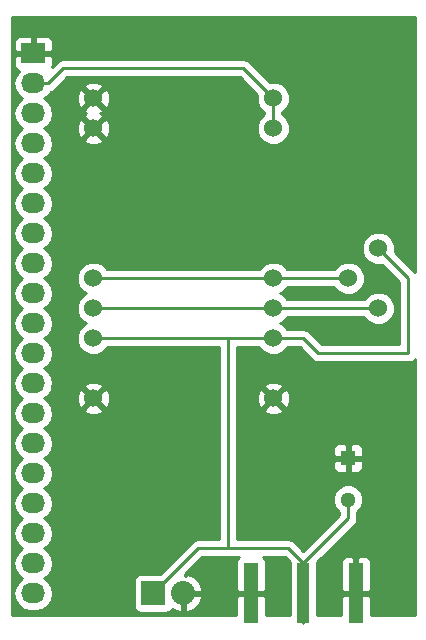
<source format=gtl>
G04 #@! TF.FileFunction,Copper,L1,Top,Signal*
%FSLAX46Y46*%
G04 Gerber Fmt 4.6, Leading zero omitted, Abs format (unit mm)*
G04 Created by KiCad (PCBNEW 4.0.4+e1-6308~48~ubuntu16.04.1-stable) date Fri Nov  4 19:32:53 2016*
%MOMM*%
%LPD*%
G01*
G04 APERTURE LIST*
%ADD10C,0.100000*%
%ADD11R,2.032000X2.032000*%
%ADD12O,2.032000X2.032000*%
%ADD13C,1.524000*%
%ADD14R,2.032000X1.727200*%
%ADD15O,2.032000X1.727200*%
%ADD16R,1.270000X5.080000*%
%ADD17R,1.016000X5.080000*%
%ADD18C,1.300000*%
%ADD19R,1.300000X1.300000*%
%ADD20C,0.250000*%
%ADD21C,0.254000*%
G04 APERTURE END LIST*
D10*
D11*
X69850000Y-100330000D03*
D12*
X72390000Y-100330000D03*
D13*
X86360000Y-73660000D03*
X88900000Y-71120000D03*
X88900000Y-76200000D03*
D14*
X59690000Y-54610000D03*
D15*
X59690000Y-57150000D03*
X59690000Y-59690000D03*
X59690000Y-62230000D03*
X59690000Y-64770000D03*
X59690000Y-67310000D03*
X59690000Y-69850000D03*
X59690000Y-72390000D03*
X59690000Y-74930000D03*
X59690000Y-77470000D03*
X59690000Y-80010000D03*
X59690000Y-82550000D03*
X59690000Y-85090000D03*
X59690000Y-87630000D03*
X59690000Y-90170000D03*
X59690000Y-92710000D03*
X59690000Y-95250000D03*
X59690000Y-97790000D03*
X59690000Y-100330000D03*
D16*
X78105000Y-100330000D03*
X86995000Y-100330000D03*
D17*
X82550000Y-100330000D03*
D13*
X64770000Y-58420000D03*
X64770000Y-60960000D03*
X64770000Y-73660000D03*
X64770000Y-76200000D03*
X64770000Y-78740000D03*
X64770000Y-83820000D03*
X80010000Y-83820000D03*
X80010000Y-78740000D03*
X80010000Y-76200000D03*
X80010000Y-73660000D03*
X80010000Y-60960000D03*
X80010000Y-58420000D03*
D18*
X86360000Y-92400000D03*
D19*
X86360000Y-88900000D03*
D20*
X59690000Y-57150000D02*
X60960000Y-57150000D01*
X77470000Y-55880000D02*
X80010000Y-58420000D01*
X62230000Y-55880000D02*
X77470000Y-55880000D01*
X60960000Y-57150000D02*
X62230000Y-55880000D01*
X80010000Y-60960000D02*
X80010000Y-58420000D01*
X80010000Y-73660000D02*
X86360000Y-73660000D01*
X64770000Y-73660000D02*
X80010000Y-73660000D01*
X80010000Y-76200000D02*
X88900000Y-76200000D01*
X64770000Y-76200000D02*
X80010000Y-76200000D01*
X82550000Y-100330000D02*
X82550000Y-97790000D01*
X82550000Y-97790000D02*
X86360000Y-93980000D01*
X86360000Y-93980000D02*
X86360000Y-92400000D01*
X76200000Y-96520000D02*
X76200000Y-78740000D01*
X69850000Y-100330000D02*
X73660000Y-96520000D01*
X81280000Y-96520000D02*
X82550000Y-97790000D01*
X76200000Y-96520000D02*
X81280000Y-96520000D01*
X73660000Y-96520000D02*
X76200000Y-96520000D01*
X82550000Y-102870000D02*
X82550000Y-100330000D01*
X88900000Y-71120000D02*
X91440000Y-73660000D01*
X82550000Y-78740000D02*
X80010000Y-78740000D01*
X83820000Y-80010000D02*
X82550000Y-78740000D01*
X91440000Y-80010000D02*
X83820000Y-80010000D01*
X91440000Y-73660000D02*
X91440000Y-80010000D01*
X64770000Y-78740000D02*
X76200000Y-78740000D01*
X76200000Y-78740000D02*
X80010000Y-78740000D01*
D21*
G36*
X78824990Y-79530303D02*
X79217630Y-79923629D01*
X79730900Y-80136757D01*
X80286661Y-80137242D01*
X80800303Y-79925010D01*
X81193629Y-79532370D01*
X81207070Y-79500000D01*
X82235198Y-79500000D01*
X83282599Y-80547401D01*
X83529160Y-80712148D01*
X83820000Y-80770000D01*
X91440000Y-80770000D01*
X91730839Y-80712148D01*
X91977401Y-80547401D01*
X92000000Y-80513579D01*
X92000000Y-102160000D01*
X88265000Y-102160000D01*
X88265000Y-100615750D01*
X88106250Y-100457000D01*
X87122000Y-100457000D01*
X87122000Y-100477000D01*
X86868000Y-100477000D01*
X86868000Y-100457000D01*
X85883750Y-100457000D01*
X85725000Y-100615750D01*
X85725000Y-102160000D01*
X83705440Y-102160000D01*
X83705440Y-97790000D01*
X83692670Y-97722132D01*
X83751112Y-97663690D01*
X85725000Y-97663690D01*
X85725000Y-100044250D01*
X85883750Y-100203000D01*
X86868000Y-100203000D01*
X86868000Y-97313750D01*
X87122000Y-97313750D01*
X87122000Y-100203000D01*
X88106250Y-100203000D01*
X88265000Y-100044250D01*
X88265000Y-97663690D01*
X88168327Y-97430301D01*
X87989698Y-97251673D01*
X87756309Y-97155000D01*
X87280750Y-97155000D01*
X87122000Y-97313750D01*
X86868000Y-97313750D01*
X86709250Y-97155000D01*
X86233691Y-97155000D01*
X86000302Y-97251673D01*
X85821673Y-97430301D01*
X85725000Y-97663690D01*
X83751112Y-97663690D01*
X86897401Y-94517401D01*
X87062148Y-94270839D01*
X87120000Y-93980000D01*
X87120000Y-93457006D01*
X87448735Y-93128845D01*
X87644777Y-92656724D01*
X87645223Y-92145519D01*
X87450005Y-91673057D01*
X87088845Y-91311265D01*
X86616724Y-91115223D01*
X86105519Y-91114777D01*
X85633057Y-91309995D01*
X85271265Y-91671155D01*
X85075223Y-92143276D01*
X85074777Y-92654481D01*
X85269995Y-93126943D01*
X85600000Y-93457525D01*
X85600000Y-93665198D01*
X82550000Y-96715198D01*
X81817401Y-95982599D01*
X81570839Y-95817852D01*
X81280000Y-95760000D01*
X76960000Y-95760000D01*
X76960000Y-89185750D01*
X85075000Y-89185750D01*
X85075000Y-89676309D01*
X85171673Y-89909698D01*
X85350301Y-90088327D01*
X85583690Y-90185000D01*
X86074250Y-90185000D01*
X86233000Y-90026250D01*
X86233000Y-89027000D01*
X86487000Y-89027000D01*
X86487000Y-90026250D01*
X86645750Y-90185000D01*
X87136310Y-90185000D01*
X87369699Y-90088327D01*
X87548327Y-89909698D01*
X87645000Y-89676309D01*
X87645000Y-89185750D01*
X87486250Y-89027000D01*
X86487000Y-89027000D01*
X86233000Y-89027000D01*
X85233750Y-89027000D01*
X85075000Y-89185750D01*
X76960000Y-89185750D01*
X76960000Y-88123691D01*
X85075000Y-88123691D01*
X85075000Y-88614250D01*
X85233750Y-88773000D01*
X86233000Y-88773000D01*
X86233000Y-87773750D01*
X86487000Y-87773750D01*
X86487000Y-88773000D01*
X87486250Y-88773000D01*
X87645000Y-88614250D01*
X87645000Y-88123691D01*
X87548327Y-87890302D01*
X87369699Y-87711673D01*
X87136310Y-87615000D01*
X86645750Y-87615000D01*
X86487000Y-87773750D01*
X86233000Y-87773750D01*
X86074250Y-87615000D01*
X85583690Y-87615000D01*
X85350301Y-87711673D01*
X85171673Y-87890302D01*
X85075000Y-88123691D01*
X76960000Y-88123691D01*
X76960000Y-84800213D01*
X79209392Y-84800213D01*
X79278857Y-85042397D01*
X79802302Y-85229144D01*
X80357368Y-85201362D01*
X80741143Y-85042397D01*
X80810608Y-84800213D01*
X80010000Y-83999605D01*
X79209392Y-84800213D01*
X76960000Y-84800213D01*
X76960000Y-83612302D01*
X78600856Y-83612302D01*
X78628638Y-84167368D01*
X78787603Y-84551143D01*
X79029787Y-84620608D01*
X79830395Y-83820000D01*
X80189605Y-83820000D01*
X80990213Y-84620608D01*
X81232397Y-84551143D01*
X81419144Y-84027698D01*
X81391362Y-83472632D01*
X81232397Y-83088857D01*
X80990213Y-83019392D01*
X80189605Y-83820000D01*
X79830395Y-83820000D01*
X79029787Y-83019392D01*
X78787603Y-83088857D01*
X78600856Y-83612302D01*
X76960000Y-83612302D01*
X76960000Y-82839787D01*
X79209392Y-82839787D01*
X80010000Y-83640395D01*
X80810608Y-82839787D01*
X80741143Y-82597603D01*
X80217698Y-82410856D01*
X79662632Y-82438638D01*
X79278857Y-82597603D01*
X79209392Y-82839787D01*
X76960000Y-82839787D01*
X76960000Y-79500000D01*
X78812469Y-79500000D01*
X78824990Y-79530303D01*
X78824990Y-79530303D01*
G37*
X78824990Y-79530303D02*
X79217630Y-79923629D01*
X79730900Y-80136757D01*
X80286661Y-80137242D01*
X80800303Y-79925010D01*
X81193629Y-79532370D01*
X81207070Y-79500000D01*
X82235198Y-79500000D01*
X83282599Y-80547401D01*
X83529160Y-80712148D01*
X83820000Y-80770000D01*
X91440000Y-80770000D01*
X91730839Y-80712148D01*
X91977401Y-80547401D01*
X92000000Y-80513579D01*
X92000000Y-102160000D01*
X88265000Y-102160000D01*
X88265000Y-100615750D01*
X88106250Y-100457000D01*
X87122000Y-100457000D01*
X87122000Y-100477000D01*
X86868000Y-100477000D01*
X86868000Y-100457000D01*
X85883750Y-100457000D01*
X85725000Y-100615750D01*
X85725000Y-102160000D01*
X83705440Y-102160000D01*
X83705440Y-97790000D01*
X83692670Y-97722132D01*
X83751112Y-97663690D01*
X85725000Y-97663690D01*
X85725000Y-100044250D01*
X85883750Y-100203000D01*
X86868000Y-100203000D01*
X86868000Y-97313750D01*
X87122000Y-97313750D01*
X87122000Y-100203000D01*
X88106250Y-100203000D01*
X88265000Y-100044250D01*
X88265000Y-97663690D01*
X88168327Y-97430301D01*
X87989698Y-97251673D01*
X87756309Y-97155000D01*
X87280750Y-97155000D01*
X87122000Y-97313750D01*
X86868000Y-97313750D01*
X86709250Y-97155000D01*
X86233691Y-97155000D01*
X86000302Y-97251673D01*
X85821673Y-97430301D01*
X85725000Y-97663690D01*
X83751112Y-97663690D01*
X86897401Y-94517401D01*
X87062148Y-94270839D01*
X87120000Y-93980000D01*
X87120000Y-93457006D01*
X87448735Y-93128845D01*
X87644777Y-92656724D01*
X87645223Y-92145519D01*
X87450005Y-91673057D01*
X87088845Y-91311265D01*
X86616724Y-91115223D01*
X86105519Y-91114777D01*
X85633057Y-91309995D01*
X85271265Y-91671155D01*
X85075223Y-92143276D01*
X85074777Y-92654481D01*
X85269995Y-93126943D01*
X85600000Y-93457525D01*
X85600000Y-93665198D01*
X82550000Y-96715198D01*
X81817401Y-95982599D01*
X81570839Y-95817852D01*
X81280000Y-95760000D01*
X76960000Y-95760000D01*
X76960000Y-89185750D01*
X85075000Y-89185750D01*
X85075000Y-89676309D01*
X85171673Y-89909698D01*
X85350301Y-90088327D01*
X85583690Y-90185000D01*
X86074250Y-90185000D01*
X86233000Y-90026250D01*
X86233000Y-89027000D01*
X86487000Y-89027000D01*
X86487000Y-90026250D01*
X86645750Y-90185000D01*
X87136310Y-90185000D01*
X87369699Y-90088327D01*
X87548327Y-89909698D01*
X87645000Y-89676309D01*
X87645000Y-89185750D01*
X87486250Y-89027000D01*
X86487000Y-89027000D01*
X86233000Y-89027000D01*
X85233750Y-89027000D01*
X85075000Y-89185750D01*
X76960000Y-89185750D01*
X76960000Y-88123691D01*
X85075000Y-88123691D01*
X85075000Y-88614250D01*
X85233750Y-88773000D01*
X86233000Y-88773000D01*
X86233000Y-87773750D01*
X86487000Y-87773750D01*
X86487000Y-88773000D01*
X87486250Y-88773000D01*
X87645000Y-88614250D01*
X87645000Y-88123691D01*
X87548327Y-87890302D01*
X87369699Y-87711673D01*
X87136310Y-87615000D01*
X86645750Y-87615000D01*
X86487000Y-87773750D01*
X86233000Y-87773750D01*
X86074250Y-87615000D01*
X85583690Y-87615000D01*
X85350301Y-87711673D01*
X85171673Y-87890302D01*
X85075000Y-88123691D01*
X76960000Y-88123691D01*
X76960000Y-84800213D01*
X79209392Y-84800213D01*
X79278857Y-85042397D01*
X79802302Y-85229144D01*
X80357368Y-85201362D01*
X80741143Y-85042397D01*
X80810608Y-84800213D01*
X80010000Y-83999605D01*
X79209392Y-84800213D01*
X76960000Y-84800213D01*
X76960000Y-83612302D01*
X78600856Y-83612302D01*
X78628638Y-84167368D01*
X78787603Y-84551143D01*
X79029787Y-84620608D01*
X79830395Y-83820000D01*
X80189605Y-83820000D01*
X80990213Y-84620608D01*
X81232397Y-84551143D01*
X81419144Y-84027698D01*
X81391362Y-83472632D01*
X81232397Y-83088857D01*
X80990213Y-83019392D01*
X80189605Y-83820000D01*
X79830395Y-83820000D01*
X79029787Y-83019392D01*
X78787603Y-83088857D01*
X78600856Y-83612302D01*
X76960000Y-83612302D01*
X76960000Y-82839787D01*
X79209392Y-82839787D01*
X80010000Y-83640395D01*
X80810608Y-82839787D01*
X80741143Y-82597603D01*
X80217698Y-82410856D01*
X79662632Y-82438638D01*
X79278857Y-82597603D01*
X79209392Y-82839787D01*
X76960000Y-82839787D01*
X76960000Y-79500000D01*
X78812469Y-79500000D01*
X78824990Y-79530303D01*
G36*
X92000000Y-73156421D02*
X91977401Y-73122599D01*
X90284183Y-71429381D01*
X90296757Y-71399100D01*
X90297242Y-70843339D01*
X90085010Y-70329697D01*
X89692370Y-69936371D01*
X89179100Y-69723243D01*
X88623339Y-69722758D01*
X88109697Y-69934990D01*
X87716371Y-70327630D01*
X87503243Y-70840900D01*
X87502758Y-71396661D01*
X87714990Y-71910303D01*
X88107630Y-72303629D01*
X88620900Y-72516757D01*
X89176661Y-72517242D01*
X89209055Y-72503857D01*
X90680000Y-73974802D01*
X90680000Y-79250000D01*
X84134802Y-79250000D01*
X83087401Y-78202599D01*
X82840839Y-78037852D01*
X82550000Y-77980000D01*
X81207531Y-77980000D01*
X81195010Y-77949697D01*
X80802370Y-77556371D01*
X80594488Y-77470051D01*
X80800303Y-77385010D01*
X81193629Y-76992370D01*
X81207070Y-76960000D01*
X87702469Y-76960000D01*
X87714990Y-76990303D01*
X88107630Y-77383629D01*
X88620900Y-77596757D01*
X89176661Y-77597242D01*
X89690303Y-77385010D01*
X90083629Y-76992370D01*
X90296757Y-76479100D01*
X90297242Y-75923339D01*
X90085010Y-75409697D01*
X89692370Y-75016371D01*
X89179100Y-74803243D01*
X88623339Y-74802758D01*
X88109697Y-75014990D01*
X87716371Y-75407630D01*
X87702930Y-75440000D01*
X81207531Y-75440000D01*
X81195010Y-75409697D01*
X80802370Y-75016371D01*
X80594488Y-74930051D01*
X80800303Y-74845010D01*
X81193629Y-74452370D01*
X81207070Y-74420000D01*
X85162469Y-74420000D01*
X85174990Y-74450303D01*
X85567630Y-74843629D01*
X86080900Y-75056757D01*
X86636661Y-75057242D01*
X87150303Y-74845010D01*
X87543629Y-74452370D01*
X87756757Y-73939100D01*
X87757242Y-73383339D01*
X87545010Y-72869697D01*
X87152370Y-72476371D01*
X86639100Y-72263243D01*
X86083339Y-72262758D01*
X85569697Y-72474990D01*
X85176371Y-72867630D01*
X85162930Y-72900000D01*
X81207531Y-72900000D01*
X81195010Y-72869697D01*
X80802370Y-72476371D01*
X80289100Y-72263243D01*
X79733339Y-72262758D01*
X79219697Y-72474990D01*
X78826371Y-72867630D01*
X78812930Y-72900000D01*
X65967531Y-72900000D01*
X65955010Y-72869697D01*
X65562370Y-72476371D01*
X65049100Y-72263243D01*
X64493339Y-72262758D01*
X63979697Y-72474990D01*
X63586371Y-72867630D01*
X63373243Y-73380900D01*
X63372758Y-73936661D01*
X63584990Y-74450303D01*
X63977630Y-74843629D01*
X64185512Y-74929949D01*
X63979697Y-75014990D01*
X63586371Y-75407630D01*
X63373243Y-75920900D01*
X63372758Y-76476661D01*
X63584990Y-76990303D01*
X63977630Y-77383629D01*
X64185512Y-77469949D01*
X63979697Y-77554990D01*
X63586371Y-77947630D01*
X63373243Y-78460900D01*
X63372758Y-79016661D01*
X63584990Y-79530303D01*
X63977630Y-79923629D01*
X64490900Y-80136757D01*
X65046661Y-80137242D01*
X65560303Y-79925010D01*
X65953629Y-79532370D01*
X65967070Y-79500000D01*
X75440000Y-79500000D01*
X75440000Y-95760000D01*
X73660000Y-95760000D01*
X73369161Y-95817852D01*
X73122599Y-95982599D01*
X70438638Y-98666560D01*
X68834000Y-98666560D01*
X68598683Y-98710838D01*
X68382559Y-98849910D01*
X68237569Y-99062110D01*
X68186560Y-99314000D01*
X68186560Y-101346000D01*
X68230838Y-101581317D01*
X68369910Y-101797441D01*
X68582110Y-101942431D01*
X68834000Y-101993440D01*
X70866000Y-101993440D01*
X71101317Y-101949162D01*
X71317441Y-101810090D01*
X71417856Y-101663128D01*
X71421621Y-101667188D01*
X72007054Y-101935983D01*
X72263000Y-101817367D01*
X72263000Y-100457000D01*
X72517000Y-100457000D01*
X72517000Y-101817367D01*
X72772946Y-101935983D01*
X73358379Y-101667188D01*
X73796385Y-101194818D01*
X73995975Y-100712944D01*
X73876836Y-100457000D01*
X72517000Y-100457000D01*
X72263000Y-100457000D01*
X72243000Y-100457000D01*
X72243000Y-100203000D01*
X72263000Y-100203000D01*
X72263000Y-100183000D01*
X72517000Y-100183000D01*
X72517000Y-100203000D01*
X73876836Y-100203000D01*
X73995975Y-99947056D01*
X73796385Y-99465182D01*
X73358379Y-98992812D01*
X72772946Y-98724017D01*
X72517002Y-98842632D01*
X72517002Y-98737800D01*
X73974802Y-97280000D01*
X77081975Y-97280000D01*
X76931673Y-97430301D01*
X76835000Y-97663690D01*
X76835000Y-100044250D01*
X76993750Y-100203000D01*
X77978000Y-100203000D01*
X77978000Y-100183000D01*
X78232000Y-100183000D01*
X78232000Y-100203000D01*
X79216250Y-100203000D01*
X79375000Y-100044250D01*
X79375000Y-97663690D01*
X79278327Y-97430301D01*
X79128025Y-97280000D01*
X80965198Y-97280000D01*
X81408140Y-97722942D01*
X81394560Y-97790000D01*
X81394560Y-102160000D01*
X79375000Y-102160000D01*
X79375000Y-100615750D01*
X79216250Y-100457000D01*
X78232000Y-100457000D01*
X78232000Y-100477000D01*
X77978000Y-100477000D01*
X77978000Y-100457000D01*
X76993750Y-100457000D01*
X76835000Y-100615750D01*
X76835000Y-102160000D01*
X57860000Y-102160000D01*
X57860000Y-57150000D01*
X58006655Y-57150000D01*
X58120729Y-57723489D01*
X58445585Y-58209670D01*
X58760366Y-58420000D01*
X58445585Y-58630330D01*
X58120729Y-59116511D01*
X58006655Y-59690000D01*
X58120729Y-60263489D01*
X58445585Y-60749670D01*
X58760366Y-60960000D01*
X58445585Y-61170330D01*
X58120729Y-61656511D01*
X58006655Y-62230000D01*
X58120729Y-62803489D01*
X58445585Y-63289670D01*
X58760366Y-63500000D01*
X58445585Y-63710330D01*
X58120729Y-64196511D01*
X58006655Y-64770000D01*
X58120729Y-65343489D01*
X58445585Y-65829670D01*
X58760366Y-66040000D01*
X58445585Y-66250330D01*
X58120729Y-66736511D01*
X58006655Y-67310000D01*
X58120729Y-67883489D01*
X58445585Y-68369670D01*
X58760366Y-68580000D01*
X58445585Y-68790330D01*
X58120729Y-69276511D01*
X58006655Y-69850000D01*
X58120729Y-70423489D01*
X58445585Y-70909670D01*
X58760366Y-71120000D01*
X58445585Y-71330330D01*
X58120729Y-71816511D01*
X58006655Y-72390000D01*
X58120729Y-72963489D01*
X58445585Y-73449670D01*
X58760366Y-73660000D01*
X58445585Y-73870330D01*
X58120729Y-74356511D01*
X58006655Y-74930000D01*
X58120729Y-75503489D01*
X58445585Y-75989670D01*
X58760366Y-76200000D01*
X58445585Y-76410330D01*
X58120729Y-76896511D01*
X58006655Y-77470000D01*
X58120729Y-78043489D01*
X58445585Y-78529670D01*
X58760366Y-78740000D01*
X58445585Y-78950330D01*
X58120729Y-79436511D01*
X58006655Y-80010000D01*
X58120729Y-80583489D01*
X58445585Y-81069670D01*
X58760366Y-81280000D01*
X58445585Y-81490330D01*
X58120729Y-81976511D01*
X58006655Y-82550000D01*
X58120729Y-83123489D01*
X58445585Y-83609670D01*
X58760366Y-83820000D01*
X58445585Y-84030330D01*
X58120729Y-84516511D01*
X58006655Y-85090000D01*
X58120729Y-85663489D01*
X58445585Y-86149670D01*
X58760366Y-86360000D01*
X58445585Y-86570330D01*
X58120729Y-87056511D01*
X58006655Y-87630000D01*
X58120729Y-88203489D01*
X58445585Y-88689670D01*
X58760366Y-88900000D01*
X58445585Y-89110330D01*
X58120729Y-89596511D01*
X58006655Y-90170000D01*
X58120729Y-90743489D01*
X58445585Y-91229670D01*
X58760366Y-91440000D01*
X58445585Y-91650330D01*
X58120729Y-92136511D01*
X58006655Y-92710000D01*
X58120729Y-93283489D01*
X58445585Y-93769670D01*
X58760366Y-93980000D01*
X58445585Y-94190330D01*
X58120729Y-94676511D01*
X58006655Y-95250000D01*
X58120729Y-95823489D01*
X58445585Y-96309670D01*
X58760366Y-96520000D01*
X58445585Y-96730330D01*
X58120729Y-97216511D01*
X58006655Y-97790000D01*
X58120729Y-98363489D01*
X58445585Y-98849670D01*
X58760366Y-99060000D01*
X58445585Y-99270330D01*
X58120729Y-99756511D01*
X58006655Y-100330000D01*
X58120729Y-100903489D01*
X58445585Y-101389670D01*
X58931766Y-101714526D01*
X59505255Y-101828600D01*
X59874745Y-101828600D01*
X60448234Y-101714526D01*
X60934415Y-101389670D01*
X61259271Y-100903489D01*
X61373345Y-100330000D01*
X61259271Y-99756511D01*
X60934415Y-99270330D01*
X60619634Y-99060000D01*
X60934415Y-98849670D01*
X61259271Y-98363489D01*
X61373345Y-97790000D01*
X61259271Y-97216511D01*
X60934415Y-96730330D01*
X60619634Y-96520000D01*
X60934415Y-96309670D01*
X61259271Y-95823489D01*
X61373345Y-95250000D01*
X61259271Y-94676511D01*
X60934415Y-94190330D01*
X60619634Y-93980000D01*
X60934415Y-93769670D01*
X61259271Y-93283489D01*
X61373345Y-92710000D01*
X61259271Y-92136511D01*
X60934415Y-91650330D01*
X60619634Y-91440000D01*
X60934415Y-91229670D01*
X61259271Y-90743489D01*
X61373345Y-90170000D01*
X61259271Y-89596511D01*
X60934415Y-89110330D01*
X60619634Y-88900000D01*
X60934415Y-88689670D01*
X61259271Y-88203489D01*
X61373345Y-87630000D01*
X61259271Y-87056511D01*
X60934415Y-86570330D01*
X60619634Y-86360000D01*
X60934415Y-86149670D01*
X61259271Y-85663489D01*
X61373345Y-85090000D01*
X61315703Y-84800213D01*
X63969392Y-84800213D01*
X64038857Y-85042397D01*
X64562302Y-85229144D01*
X65117368Y-85201362D01*
X65501143Y-85042397D01*
X65570608Y-84800213D01*
X64770000Y-83999605D01*
X63969392Y-84800213D01*
X61315703Y-84800213D01*
X61259271Y-84516511D01*
X60934415Y-84030330D01*
X60619634Y-83820000D01*
X60930475Y-83612302D01*
X63360856Y-83612302D01*
X63388638Y-84167368D01*
X63547603Y-84551143D01*
X63789787Y-84620608D01*
X64590395Y-83820000D01*
X64949605Y-83820000D01*
X65750213Y-84620608D01*
X65992397Y-84551143D01*
X66179144Y-84027698D01*
X66151362Y-83472632D01*
X65992397Y-83088857D01*
X65750213Y-83019392D01*
X64949605Y-83820000D01*
X64590395Y-83820000D01*
X63789787Y-83019392D01*
X63547603Y-83088857D01*
X63360856Y-83612302D01*
X60930475Y-83612302D01*
X60934415Y-83609670D01*
X61259271Y-83123489D01*
X61315702Y-82839787D01*
X63969392Y-82839787D01*
X64770000Y-83640395D01*
X65570608Y-82839787D01*
X65501143Y-82597603D01*
X64977698Y-82410856D01*
X64422632Y-82438638D01*
X64038857Y-82597603D01*
X63969392Y-82839787D01*
X61315702Y-82839787D01*
X61373345Y-82550000D01*
X61259271Y-81976511D01*
X60934415Y-81490330D01*
X60619634Y-81280000D01*
X60934415Y-81069670D01*
X61259271Y-80583489D01*
X61373345Y-80010000D01*
X61259271Y-79436511D01*
X60934415Y-78950330D01*
X60619634Y-78740000D01*
X60934415Y-78529670D01*
X61259271Y-78043489D01*
X61373345Y-77470000D01*
X61259271Y-76896511D01*
X60934415Y-76410330D01*
X60619634Y-76200000D01*
X60934415Y-75989670D01*
X61259271Y-75503489D01*
X61373345Y-74930000D01*
X61259271Y-74356511D01*
X60934415Y-73870330D01*
X60619634Y-73660000D01*
X60934415Y-73449670D01*
X61259271Y-72963489D01*
X61373345Y-72390000D01*
X61259271Y-71816511D01*
X60934415Y-71330330D01*
X60619634Y-71120000D01*
X60934415Y-70909670D01*
X61259271Y-70423489D01*
X61373345Y-69850000D01*
X61259271Y-69276511D01*
X60934415Y-68790330D01*
X60619634Y-68580000D01*
X60934415Y-68369670D01*
X61259271Y-67883489D01*
X61373345Y-67310000D01*
X61259271Y-66736511D01*
X60934415Y-66250330D01*
X60619634Y-66040000D01*
X60934415Y-65829670D01*
X61259271Y-65343489D01*
X61373345Y-64770000D01*
X61259271Y-64196511D01*
X60934415Y-63710330D01*
X60619634Y-63500000D01*
X60934415Y-63289670D01*
X61259271Y-62803489D01*
X61373345Y-62230000D01*
X61315703Y-61940213D01*
X63969392Y-61940213D01*
X64038857Y-62182397D01*
X64562302Y-62369144D01*
X65117368Y-62341362D01*
X65501143Y-62182397D01*
X65570608Y-61940213D01*
X64770000Y-61139605D01*
X63969392Y-61940213D01*
X61315703Y-61940213D01*
X61259271Y-61656511D01*
X60934415Y-61170330D01*
X60619634Y-60960000D01*
X60930475Y-60752302D01*
X63360856Y-60752302D01*
X63388638Y-61307368D01*
X63547603Y-61691143D01*
X63789787Y-61760608D01*
X64590395Y-60960000D01*
X64949605Y-60960000D01*
X65750213Y-61760608D01*
X65992397Y-61691143D01*
X66179144Y-61167698D01*
X66151362Y-60612632D01*
X65992397Y-60228857D01*
X65750213Y-60159392D01*
X64949605Y-60960000D01*
X64590395Y-60960000D01*
X63789787Y-60159392D01*
X63547603Y-60228857D01*
X63360856Y-60752302D01*
X60930475Y-60752302D01*
X60934415Y-60749670D01*
X61259271Y-60263489D01*
X61373345Y-59690000D01*
X61315703Y-59400213D01*
X63969392Y-59400213D01*
X64038857Y-59642397D01*
X64162344Y-59686453D01*
X64038857Y-59737603D01*
X63969392Y-59979787D01*
X64770000Y-60780395D01*
X65570608Y-59979787D01*
X65501143Y-59737603D01*
X65377656Y-59693547D01*
X65501143Y-59642397D01*
X65570608Y-59400213D01*
X64770000Y-58599605D01*
X63969392Y-59400213D01*
X61315703Y-59400213D01*
X61259271Y-59116511D01*
X60934415Y-58630330D01*
X60619634Y-58420000D01*
X60930475Y-58212302D01*
X63360856Y-58212302D01*
X63388638Y-58767368D01*
X63547603Y-59151143D01*
X63789787Y-59220608D01*
X64590395Y-58420000D01*
X64949605Y-58420000D01*
X65750213Y-59220608D01*
X65992397Y-59151143D01*
X66179144Y-58627698D01*
X66151362Y-58072632D01*
X65992397Y-57688857D01*
X65750213Y-57619392D01*
X64949605Y-58420000D01*
X64590395Y-58420000D01*
X63789787Y-57619392D01*
X63547603Y-57688857D01*
X63360856Y-58212302D01*
X60930475Y-58212302D01*
X60934415Y-58209670D01*
X61161419Y-57869935D01*
X61250839Y-57852148D01*
X61497401Y-57687401D01*
X61745015Y-57439787D01*
X63969392Y-57439787D01*
X64770000Y-58240395D01*
X65570608Y-57439787D01*
X65501143Y-57197603D01*
X64977698Y-57010856D01*
X64422632Y-57038638D01*
X64038857Y-57197603D01*
X63969392Y-57439787D01*
X61745015Y-57439787D01*
X62544802Y-56640000D01*
X77155198Y-56640000D01*
X78625817Y-58110619D01*
X78613243Y-58140900D01*
X78612758Y-58696661D01*
X78824990Y-59210303D01*
X79217630Y-59603629D01*
X79250000Y-59617070D01*
X79250000Y-59762469D01*
X79219697Y-59774990D01*
X78826371Y-60167630D01*
X78613243Y-60680900D01*
X78612758Y-61236661D01*
X78824990Y-61750303D01*
X79217630Y-62143629D01*
X79730900Y-62356757D01*
X80286661Y-62357242D01*
X80800303Y-62145010D01*
X81193629Y-61752370D01*
X81406757Y-61239100D01*
X81407242Y-60683339D01*
X81195010Y-60169697D01*
X80802370Y-59776371D01*
X80770000Y-59762930D01*
X80770000Y-59617531D01*
X80800303Y-59605010D01*
X81193629Y-59212370D01*
X81406757Y-58699100D01*
X81407242Y-58143339D01*
X81195010Y-57629697D01*
X80802370Y-57236371D01*
X80289100Y-57023243D01*
X79733339Y-57022758D01*
X79700945Y-57036143D01*
X78007401Y-55342599D01*
X77760839Y-55177852D01*
X77470000Y-55120000D01*
X62230000Y-55120000D01*
X61939160Y-55177852D01*
X61692599Y-55342599D01*
X61274327Y-55760871D01*
X61341000Y-55599909D01*
X61341000Y-54895750D01*
X61182250Y-54737000D01*
X59817000Y-54737000D01*
X59817000Y-54757000D01*
X59563000Y-54757000D01*
X59563000Y-54737000D01*
X58197750Y-54737000D01*
X58039000Y-54895750D01*
X58039000Y-55599909D01*
X58135673Y-55833298D01*
X58314301Y-56011927D01*
X58467780Y-56075500D01*
X58445585Y-56090330D01*
X58120729Y-56576511D01*
X58006655Y-57150000D01*
X57860000Y-57150000D01*
X57860000Y-53620091D01*
X58039000Y-53620091D01*
X58039000Y-54324250D01*
X58197750Y-54483000D01*
X59563000Y-54483000D01*
X59563000Y-53270150D01*
X59817000Y-53270150D01*
X59817000Y-54483000D01*
X61182250Y-54483000D01*
X61341000Y-54324250D01*
X61341000Y-53620091D01*
X61244327Y-53386702D01*
X61065699Y-53208073D01*
X60832310Y-53111400D01*
X59975750Y-53111400D01*
X59817000Y-53270150D01*
X59563000Y-53270150D01*
X59404250Y-53111400D01*
X58547690Y-53111400D01*
X58314301Y-53208073D01*
X58135673Y-53386702D01*
X58039000Y-53620091D01*
X57860000Y-53620091D01*
X57860000Y-51510000D01*
X92000000Y-51510000D01*
X92000000Y-73156421D01*
X92000000Y-73156421D01*
G37*
X92000000Y-73156421D02*
X91977401Y-73122599D01*
X90284183Y-71429381D01*
X90296757Y-71399100D01*
X90297242Y-70843339D01*
X90085010Y-70329697D01*
X89692370Y-69936371D01*
X89179100Y-69723243D01*
X88623339Y-69722758D01*
X88109697Y-69934990D01*
X87716371Y-70327630D01*
X87503243Y-70840900D01*
X87502758Y-71396661D01*
X87714990Y-71910303D01*
X88107630Y-72303629D01*
X88620900Y-72516757D01*
X89176661Y-72517242D01*
X89209055Y-72503857D01*
X90680000Y-73974802D01*
X90680000Y-79250000D01*
X84134802Y-79250000D01*
X83087401Y-78202599D01*
X82840839Y-78037852D01*
X82550000Y-77980000D01*
X81207531Y-77980000D01*
X81195010Y-77949697D01*
X80802370Y-77556371D01*
X80594488Y-77470051D01*
X80800303Y-77385010D01*
X81193629Y-76992370D01*
X81207070Y-76960000D01*
X87702469Y-76960000D01*
X87714990Y-76990303D01*
X88107630Y-77383629D01*
X88620900Y-77596757D01*
X89176661Y-77597242D01*
X89690303Y-77385010D01*
X90083629Y-76992370D01*
X90296757Y-76479100D01*
X90297242Y-75923339D01*
X90085010Y-75409697D01*
X89692370Y-75016371D01*
X89179100Y-74803243D01*
X88623339Y-74802758D01*
X88109697Y-75014990D01*
X87716371Y-75407630D01*
X87702930Y-75440000D01*
X81207531Y-75440000D01*
X81195010Y-75409697D01*
X80802370Y-75016371D01*
X80594488Y-74930051D01*
X80800303Y-74845010D01*
X81193629Y-74452370D01*
X81207070Y-74420000D01*
X85162469Y-74420000D01*
X85174990Y-74450303D01*
X85567630Y-74843629D01*
X86080900Y-75056757D01*
X86636661Y-75057242D01*
X87150303Y-74845010D01*
X87543629Y-74452370D01*
X87756757Y-73939100D01*
X87757242Y-73383339D01*
X87545010Y-72869697D01*
X87152370Y-72476371D01*
X86639100Y-72263243D01*
X86083339Y-72262758D01*
X85569697Y-72474990D01*
X85176371Y-72867630D01*
X85162930Y-72900000D01*
X81207531Y-72900000D01*
X81195010Y-72869697D01*
X80802370Y-72476371D01*
X80289100Y-72263243D01*
X79733339Y-72262758D01*
X79219697Y-72474990D01*
X78826371Y-72867630D01*
X78812930Y-72900000D01*
X65967531Y-72900000D01*
X65955010Y-72869697D01*
X65562370Y-72476371D01*
X65049100Y-72263243D01*
X64493339Y-72262758D01*
X63979697Y-72474990D01*
X63586371Y-72867630D01*
X63373243Y-73380900D01*
X63372758Y-73936661D01*
X63584990Y-74450303D01*
X63977630Y-74843629D01*
X64185512Y-74929949D01*
X63979697Y-75014990D01*
X63586371Y-75407630D01*
X63373243Y-75920900D01*
X63372758Y-76476661D01*
X63584990Y-76990303D01*
X63977630Y-77383629D01*
X64185512Y-77469949D01*
X63979697Y-77554990D01*
X63586371Y-77947630D01*
X63373243Y-78460900D01*
X63372758Y-79016661D01*
X63584990Y-79530303D01*
X63977630Y-79923629D01*
X64490900Y-80136757D01*
X65046661Y-80137242D01*
X65560303Y-79925010D01*
X65953629Y-79532370D01*
X65967070Y-79500000D01*
X75440000Y-79500000D01*
X75440000Y-95760000D01*
X73660000Y-95760000D01*
X73369161Y-95817852D01*
X73122599Y-95982599D01*
X70438638Y-98666560D01*
X68834000Y-98666560D01*
X68598683Y-98710838D01*
X68382559Y-98849910D01*
X68237569Y-99062110D01*
X68186560Y-99314000D01*
X68186560Y-101346000D01*
X68230838Y-101581317D01*
X68369910Y-101797441D01*
X68582110Y-101942431D01*
X68834000Y-101993440D01*
X70866000Y-101993440D01*
X71101317Y-101949162D01*
X71317441Y-101810090D01*
X71417856Y-101663128D01*
X71421621Y-101667188D01*
X72007054Y-101935983D01*
X72263000Y-101817367D01*
X72263000Y-100457000D01*
X72517000Y-100457000D01*
X72517000Y-101817367D01*
X72772946Y-101935983D01*
X73358379Y-101667188D01*
X73796385Y-101194818D01*
X73995975Y-100712944D01*
X73876836Y-100457000D01*
X72517000Y-100457000D01*
X72263000Y-100457000D01*
X72243000Y-100457000D01*
X72243000Y-100203000D01*
X72263000Y-100203000D01*
X72263000Y-100183000D01*
X72517000Y-100183000D01*
X72517000Y-100203000D01*
X73876836Y-100203000D01*
X73995975Y-99947056D01*
X73796385Y-99465182D01*
X73358379Y-98992812D01*
X72772946Y-98724017D01*
X72517002Y-98842632D01*
X72517002Y-98737800D01*
X73974802Y-97280000D01*
X77081975Y-97280000D01*
X76931673Y-97430301D01*
X76835000Y-97663690D01*
X76835000Y-100044250D01*
X76993750Y-100203000D01*
X77978000Y-100203000D01*
X77978000Y-100183000D01*
X78232000Y-100183000D01*
X78232000Y-100203000D01*
X79216250Y-100203000D01*
X79375000Y-100044250D01*
X79375000Y-97663690D01*
X79278327Y-97430301D01*
X79128025Y-97280000D01*
X80965198Y-97280000D01*
X81408140Y-97722942D01*
X81394560Y-97790000D01*
X81394560Y-102160000D01*
X79375000Y-102160000D01*
X79375000Y-100615750D01*
X79216250Y-100457000D01*
X78232000Y-100457000D01*
X78232000Y-100477000D01*
X77978000Y-100477000D01*
X77978000Y-100457000D01*
X76993750Y-100457000D01*
X76835000Y-100615750D01*
X76835000Y-102160000D01*
X57860000Y-102160000D01*
X57860000Y-57150000D01*
X58006655Y-57150000D01*
X58120729Y-57723489D01*
X58445585Y-58209670D01*
X58760366Y-58420000D01*
X58445585Y-58630330D01*
X58120729Y-59116511D01*
X58006655Y-59690000D01*
X58120729Y-60263489D01*
X58445585Y-60749670D01*
X58760366Y-60960000D01*
X58445585Y-61170330D01*
X58120729Y-61656511D01*
X58006655Y-62230000D01*
X58120729Y-62803489D01*
X58445585Y-63289670D01*
X58760366Y-63500000D01*
X58445585Y-63710330D01*
X58120729Y-64196511D01*
X58006655Y-64770000D01*
X58120729Y-65343489D01*
X58445585Y-65829670D01*
X58760366Y-66040000D01*
X58445585Y-66250330D01*
X58120729Y-66736511D01*
X58006655Y-67310000D01*
X58120729Y-67883489D01*
X58445585Y-68369670D01*
X58760366Y-68580000D01*
X58445585Y-68790330D01*
X58120729Y-69276511D01*
X58006655Y-69850000D01*
X58120729Y-70423489D01*
X58445585Y-70909670D01*
X58760366Y-71120000D01*
X58445585Y-71330330D01*
X58120729Y-71816511D01*
X58006655Y-72390000D01*
X58120729Y-72963489D01*
X58445585Y-73449670D01*
X58760366Y-73660000D01*
X58445585Y-73870330D01*
X58120729Y-74356511D01*
X58006655Y-74930000D01*
X58120729Y-75503489D01*
X58445585Y-75989670D01*
X58760366Y-76200000D01*
X58445585Y-76410330D01*
X58120729Y-76896511D01*
X58006655Y-77470000D01*
X58120729Y-78043489D01*
X58445585Y-78529670D01*
X58760366Y-78740000D01*
X58445585Y-78950330D01*
X58120729Y-79436511D01*
X58006655Y-80010000D01*
X58120729Y-80583489D01*
X58445585Y-81069670D01*
X58760366Y-81280000D01*
X58445585Y-81490330D01*
X58120729Y-81976511D01*
X58006655Y-82550000D01*
X58120729Y-83123489D01*
X58445585Y-83609670D01*
X58760366Y-83820000D01*
X58445585Y-84030330D01*
X58120729Y-84516511D01*
X58006655Y-85090000D01*
X58120729Y-85663489D01*
X58445585Y-86149670D01*
X58760366Y-86360000D01*
X58445585Y-86570330D01*
X58120729Y-87056511D01*
X58006655Y-87630000D01*
X58120729Y-88203489D01*
X58445585Y-88689670D01*
X58760366Y-88900000D01*
X58445585Y-89110330D01*
X58120729Y-89596511D01*
X58006655Y-90170000D01*
X58120729Y-90743489D01*
X58445585Y-91229670D01*
X58760366Y-91440000D01*
X58445585Y-91650330D01*
X58120729Y-92136511D01*
X58006655Y-92710000D01*
X58120729Y-93283489D01*
X58445585Y-93769670D01*
X58760366Y-93980000D01*
X58445585Y-94190330D01*
X58120729Y-94676511D01*
X58006655Y-95250000D01*
X58120729Y-95823489D01*
X58445585Y-96309670D01*
X58760366Y-96520000D01*
X58445585Y-96730330D01*
X58120729Y-97216511D01*
X58006655Y-97790000D01*
X58120729Y-98363489D01*
X58445585Y-98849670D01*
X58760366Y-99060000D01*
X58445585Y-99270330D01*
X58120729Y-99756511D01*
X58006655Y-100330000D01*
X58120729Y-100903489D01*
X58445585Y-101389670D01*
X58931766Y-101714526D01*
X59505255Y-101828600D01*
X59874745Y-101828600D01*
X60448234Y-101714526D01*
X60934415Y-101389670D01*
X61259271Y-100903489D01*
X61373345Y-100330000D01*
X61259271Y-99756511D01*
X60934415Y-99270330D01*
X60619634Y-99060000D01*
X60934415Y-98849670D01*
X61259271Y-98363489D01*
X61373345Y-97790000D01*
X61259271Y-97216511D01*
X60934415Y-96730330D01*
X60619634Y-96520000D01*
X60934415Y-96309670D01*
X61259271Y-95823489D01*
X61373345Y-95250000D01*
X61259271Y-94676511D01*
X60934415Y-94190330D01*
X60619634Y-93980000D01*
X60934415Y-93769670D01*
X61259271Y-93283489D01*
X61373345Y-92710000D01*
X61259271Y-92136511D01*
X60934415Y-91650330D01*
X60619634Y-91440000D01*
X60934415Y-91229670D01*
X61259271Y-90743489D01*
X61373345Y-90170000D01*
X61259271Y-89596511D01*
X60934415Y-89110330D01*
X60619634Y-88900000D01*
X60934415Y-88689670D01*
X61259271Y-88203489D01*
X61373345Y-87630000D01*
X61259271Y-87056511D01*
X60934415Y-86570330D01*
X60619634Y-86360000D01*
X60934415Y-86149670D01*
X61259271Y-85663489D01*
X61373345Y-85090000D01*
X61315703Y-84800213D01*
X63969392Y-84800213D01*
X64038857Y-85042397D01*
X64562302Y-85229144D01*
X65117368Y-85201362D01*
X65501143Y-85042397D01*
X65570608Y-84800213D01*
X64770000Y-83999605D01*
X63969392Y-84800213D01*
X61315703Y-84800213D01*
X61259271Y-84516511D01*
X60934415Y-84030330D01*
X60619634Y-83820000D01*
X60930475Y-83612302D01*
X63360856Y-83612302D01*
X63388638Y-84167368D01*
X63547603Y-84551143D01*
X63789787Y-84620608D01*
X64590395Y-83820000D01*
X64949605Y-83820000D01*
X65750213Y-84620608D01*
X65992397Y-84551143D01*
X66179144Y-84027698D01*
X66151362Y-83472632D01*
X65992397Y-83088857D01*
X65750213Y-83019392D01*
X64949605Y-83820000D01*
X64590395Y-83820000D01*
X63789787Y-83019392D01*
X63547603Y-83088857D01*
X63360856Y-83612302D01*
X60930475Y-83612302D01*
X60934415Y-83609670D01*
X61259271Y-83123489D01*
X61315702Y-82839787D01*
X63969392Y-82839787D01*
X64770000Y-83640395D01*
X65570608Y-82839787D01*
X65501143Y-82597603D01*
X64977698Y-82410856D01*
X64422632Y-82438638D01*
X64038857Y-82597603D01*
X63969392Y-82839787D01*
X61315702Y-82839787D01*
X61373345Y-82550000D01*
X61259271Y-81976511D01*
X60934415Y-81490330D01*
X60619634Y-81280000D01*
X60934415Y-81069670D01*
X61259271Y-80583489D01*
X61373345Y-80010000D01*
X61259271Y-79436511D01*
X60934415Y-78950330D01*
X60619634Y-78740000D01*
X60934415Y-78529670D01*
X61259271Y-78043489D01*
X61373345Y-77470000D01*
X61259271Y-76896511D01*
X60934415Y-76410330D01*
X60619634Y-76200000D01*
X60934415Y-75989670D01*
X61259271Y-75503489D01*
X61373345Y-74930000D01*
X61259271Y-74356511D01*
X60934415Y-73870330D01*
X60619634Y-73660000D01*
X60934415Y-73449670D01*
X61259271Y-72963489D01*
X61373345Y-72390000D01*
X61259271Y-71816511D01*
X60934415Y-71330330D01*
X60619634Y-71120000D01*
X60934415Y-70909670D01*
X61259271Y-70423489D01*
X61373345Y-69850000D01*
X61259271Y-69276511D01*
X60934415Y-68790330D01*
X60619634Y-68580000D01*
X60934415Y-68369670D01*
X61259271Y-67883489D01*
X61373345Y-67310000D01*
X61259271Y-66736511D01*
X60934415Y-66250330D01*
X60619634Y-66040000D01*
X60934415Y-65829670D01*
X61259271Y-65343489D01*
X61373345Y-64770000D01*
X61259271Y-64196511D01*
X60934415Y-63710330D01*
X60619634Y-63500000D01*
X60934415Y-63289670D01*
X61259271Y-62803489D01*
X61373345Y-62230000D01*
X61315703Y-61940213D01*
X63969392Y-61940213D01*
X64038857Y-62182397D01*
X64562302Y-62369144D01*
X65117368Y-62341362D01*
X65501143Y-62182397D01*
X65570608Y-61940213D01*
X64770000Y-61139605D01*
X63969392Y-61940213D01*
X61315703Y-61940213D01*
X61259271Y-61656511D01*
X60934415Y-61170330D01*
X60619634Y-60960000D01*
X60930475Y-60752302D01*
X63360856Y-60752302D01*
X63388638Y-61307368D01*
X63547603Y-61691143D01*
X63789787Y-61760608D01*
X64590395Y-60960000D01*
X64949605Y-60960000D01*
X65750213Y-61760608D01*
X65992397Y-61691143D01*
X66179144Y-61167698D01*
X66151362Y-60612632D01*
X65992397Y-60228857D01*
X65750213Y-60159392D01*
X64949605Y-60960000D01*
X64590395Y-60960000D01*
X63789787Y-60159392D01*
X63547603Y-60228857D01*
X63360856Y-60752302D01*
X60930475Y-60752302D01*
X60934415Y-60749670D01*
X61259271Y-60263489D01*
X61373345Y-59690000D01*
X61315703Y-59400213D01*
X63969392Y-59400213D01*
X64038857Y-59642397D01*
X64162344Y-59686453D01*
X64038857Y-59737603D01*
X63969392Y-59979787D01*
X64770000Y-60780395D01*
X65570608Y-59979787D01*
X65501143Y-59737603D01*
X65377656Y-59693547D01*
X65501143Y-59642397D01*
X65570608Y-59400213D01*
X64770000Y-58599605D01*
X63969392Y-59400213D01*
X61315703Y-59400213D01*
X61259271Y-59116511D01*
X60934415Y-58630330D01*
X60619634Y-58420000D01*
X60930475Y-58212302D01*
X63360856Y-58212302D01*
X63388638Y-58767368D01*
X63547603Y-59151143D01*
X63789787Y-59220608D01*
X64590395Y-58420000D01*
X64949605Y-58420000D01*
X65750213Y-59220608D01*
X65992397Y-59151143D01*
X66179144Y-58627698D01*
X66151362Y-58072632D01*
X65992397Y-57688857D01*
X65750213Y-57619392D01*
X64949605Y-58420000D01*
X64590395Y-58420000D01*
X63789787Y-57619392D01*
X63547603Y-57688857D01*
X63360856Y-58212302D01*
X60930475Y-58212302D01*
X60934415Y-58209670D01*
X61161419Y-57869935D01*
X61250839Y-57852148D01*
X61497401Y-57687401D01*
X61745015Y-57439787D01*
X63969392Y-57439787D01*
X64770000Y-58240395D01*
X65570608Y-57439787D01*
X65501143Y-57197603D01*
X64977698Y-57010856D01*
X64422632Y-57038638D01*
X64038857Y-57197603D01*
X63969392Y-57439787D01*
X61745015Y-57439787D01*
X62544802Y-56640000D01*
X77155198Y-56640000D01*
X78625817Y-58110619D01*
X78613243Y-58140900D01*
X78612758Y-58696661D01*
X78824990Y-59210303D01*
X79217630Y-59603629D01*
X79250000Y-59617070D01*
X79250000Y-59762469D01*
X79219697Y-59774990D01*
X78826371Y-60167630D01*
X78613243Y-60680900D01*
X78612758Y-61236661D01*
X78824990Y-61750303D01*
X79217630Y-62143629D01*
X79730900Y-62356757D01*
X80286661Y-62357242D01*
X80800303Y-62145010D01*
X81193629Y-61752370D01*
X81406757Y-61239100D01*
X81407242Y-60683339D01*
X81195010Y-60169697D01*
X80802370Y-59776371D01*
X80770000Y-59762930D01*
X80770000Y-59617531D01*
X80800303Y-59605010D01*
X81193629Y-59212370D01*
X81406757Y-58699100D01*
X81407242Y-58143339D01*
X81195010Y-57629697D01*
X80802370Y-57236371D01*
X80289100Y-57023243D01*
X79733339Y-57022758D01*
X79700945Y-57036143D01*
X78007401Y-55342599D01*
X77760839Y-55177852D01*
X77470000Y-55120000D01*
X62230000Y-55120000D01*
X61939160Y-55177852D01*
X61692599Y-55342599D01*
X61274327Y-55760871D01*
X61341000Y-55599909D01*
X61341000Y-54895750D01*
X61182250Y-54737000D01*
X59817000Y-54737000D01*
X59817000Y-54757000D01*
X59563000Y-54757000D01*
X59563000Y-54737000D01*
X58197750Y-54737000D01*
X58039000Y-54895750D01*
X58039000Y-55599909D01*
X58135673Y-55833298D01*
X58314301Y-56011927D01*
X58467780Y-56075500D01*
X58445585Y-56090330D01*
X58120729Y-56576511D01*
X58006655Y-57150000D01*
X57860000Y-57150000D01*
X57860000Y-53620091D01*
X58039000Y-53620091D01*
X58039000Y-54324250D01*
X58197750Y-54483000D01*
X59563000Y-54483000D01*
X59563000Y-53270150D01*
X59817000Y-53270150D01*
X59817000Y-54483000D01*
X61182250Y-54483000D01*
X61341000Y-54324250D01*
X61341000Y-53620091D01*
X61244327Y-53386702D01*
X61065699Y-53208073D01*
X60832310Y-53111400D01*
X59975750Y-53111400D01*
X59817000Y-53270150D01*
X59563000Y-53270150D01*
X59404250Y-53111400D01*
X58547690Y-53111400D01*
X58314301Y-53208073D01*
X58135673Y-53386702D01*
X58039000Y-53620091D01*
X57860000Y-53620091D01*
X57860000Y-51510000D01*
X92000000Y-51510000D01*
X92000000Y-73156421D01*
M02*

</source>
